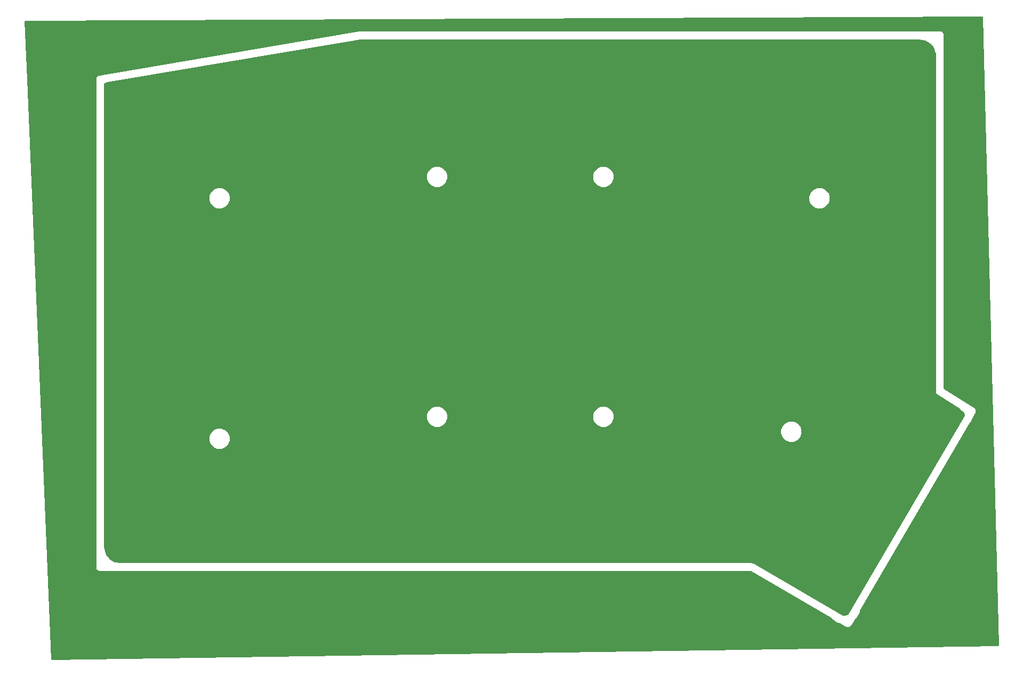
<source format=gbr>
G04 #@! TF.FileFunction,Copper,L2,Bot,Signal*
%FSLAX46Y46*%
G04 Gerber Fmt 4.6, Leading zero omitted, Abs format (unit mm)*
G04 Created by KiCad (PCBNEW 4.0.7) date 05/28/18 12:01:22*
%MOMM*%
%LPD*%
G01*
G04 APERTURE LIST*
%ADD10C,0.100000*%
%ADD11C,0.254000*%
G04 APERTURE END LIST*
D10*
D11*
G36*
X217619834Y-143124932D02*
X67371717Y-145371166D01*
X63514825Y-53259500D01*
X74250000Y-53259500D01*
X74250000Y-130730000D01*
X74251147Y-130735765D01*
X74251100Y-130736000D01*
X74251100Y-130743000D01*
X74262063Y-130798114D01*
X74261230Y-130853525D01*
X74262330Y-130859525D01*
X74262383Y-130859658D01*
X74262804Y-130862338D01*
X74266984Y-130873710D01*
X74266915Y-130885822D01*
X74277554Y-130911924D01*
X74277903Y-130922581D01*
X74289705Y-130948626D01*
X74296484Y-130988186D01*
X74298784Y-130994186D01*
X74299416Y-130995188D01*
X74299670Y-130996814D01*
X74301870Y-131002815D01*
X74303222Y-131005030D01*
X74303243Y-131005138D01*
X74303751Y-131005899D01*
X74333479Y-131054626D01*
X74355009Y-131113204D01*
X74355539Y-131113779D01*
X74355674Y-131114190D01*
X74363898Y-131123771D01*
X74367793Y-131133327D01*
X74370394Y-131137267D01*
X74372344Y-131142252D01*
X74375544Y-131147252D01*
X74383431Y-131155456D01*
X74388220Y-131166025D01*
X74392520Y-131172026D01*
X74418878Y-131196710D01*
X74433092Y-131222587D01*
X74437292Y-131227587D01*
X74440632Y-131230265D01*
X74441068Y-131230979D01*
X74446125Y-131234668D01*
X74487707Y-131268005D01*
X74518330Y-131303680D01*
X74528732Y-131316818D01*
X74531501Y-131318361D01*
X74534860Y-131320995D01*
X74535905Y-131321524D01*
X74539584Y-131325895D01*
X74544584Y-131329895D01*
X74557612Y-131336651D01*
X74560769Y-131339935D01*
X74560976Y-131340026D01*
X74568318Y-131347711D01*
X74574018Y-131351711D01*
X74614269Y-131369472D01*
X74645823Y-131394769D01*
X74649000Y-131395693D01*
X74655228Y-131400814D01*
X74660828Y-131403814D01*
X74705974Y-131417555D01*
X74734862Y-131436857D01*
X74749298Y-131439728D01*
X74762203Y-131446920D01*
X74768403Y-131448921D01*
X74772357Y-131449380D01*
X74780503Y-131453920D01*
X74782707Y-131454631D01*
X74782851Y-131454709D01*
X74784924Y-131455347D01*
X74786703Y-131455921D01*
X74786843Y-131455937D01*
X74789351Y-131456709D01*
X74824397Y-131460301D01*
X74850794Y-131463369D01*
X74899341Y-131481035D01*
X74905840Y-131482035D01*
X74916320Y-131481577D01*
X74916521Y-131481638D01*
X74917823Y-131481511D01*
X74951866Y-131480022D01*
X74997000Y-131489000D01*
X75003500Y-131489000D01*
X75004236Y-131488854D01*
X75010000Y-131490000D01*
X178309795Y-131490000D01*
X191102640Y-138953223D01*
X191139722Y-139012105D01*
X191157723Y-139031105D01*
X191205946Y-139065247D01*
X191245516Y-139109134D01*
X191709516Y-139455134D01*
X191752409Y-139475558D01*
X191777570Y-139498383D01*
X191787570Y-139504383D01*
X191813252Y-139513585D01*
X191835545Y-139529601D01*
X191846545Y-139534601D01*
X191880973Y-139542672D01*
X191923384Y-139566848D01*
X192465020Y-139747393D01*
X193371696Y-140276600D01*
X193399081Y-140286041D01*
X193416659Y-140299683D01*
X193422659Y-140302683D01*
X193458283Y-140312439D01*
X193479862Y-140326857D01*
X193489852Y-140328844D01*
X193500384Y-140334848D01*
X193506384Y-140336848D01*
X193507331Y-140336967D01*
X193512384Y-140339848D01*
X193518384Y-140341848D01*
X193533376Y-140343738D01*
X193546816Y-140350644D01*
X193553816Y-140352644D01*
X193584578Y-140355171D01*
X193600470Y-140362342D01*
X193622399Y-140363026D01*
X193624376Y-140363708D01*
X193626806Y-140363560D01*
X193651126Y-140372115D01*
X193658126Y-140373115D01*
X193676246Y-140372127D01*
X193680441Y-140373276D01*
X193697145Y-140371170D01*
X193719441Y-140377276D01*
X193727944Y-140376204D01*
X193742000Y-140379000D01*
X193748000Y-140379000D01*
X193754500Y-140377707D01*
X193761000Y-140379000D01*
X193768000Y-140379000D01*
X193799186Y-140372797D01*
X193820193Y-140374522D01*
X193835297Y-140369671D01*
X193867613Y-140370680D01*
X193873614Y-140369680D01*
X193879491Y-140367458D01*
X193886613Y-140367680D01*
X193892614Y-140366680D01*
X193902436Y-140362966D01*
X193912934Y-140362977D01*
X193923398Y-140358656D01*
X193925004Y-140358568D01*
X193933655Y-140354419D01*
X193948109Y-140348450D01*
X193984616Y-140343848D01*
X193990616Y-140341848D01*
X193998470Y-140337371D01*
X194002616Y-140336848D01*
X194008616Y-140334848D01*
X194018612Y-140329150D01*
X194030138Y-140326857D01*
X194058357Y-140308001D01*
X194069138Y-140305857D01*
X194076258Y-140301100D01*
X194103341Y-140293683D01*
X194109341Y-140290683D01*
X194120256Y-140282212D01*
X194133422Y-140278038D01*
X194138623Y-140273660D01*
X194142613Y-140272151D01*
X194150265Y-140264962D01*
X194159970Y-140260954D01*
X194165970Y-140256955D01*
X194184923Y-140238041D01*
X194219916Y-140219895D01*
X194224916Y-140215895D01*
X194231953Y-140207536D01*
X194240813Y-140202485D01*
X194259090Y-140178935D01*
X194291368Y-140157368D01*
X194296368Y-140152368D01*
X194305858Y-140138165D01*
X194320485Y-140126813D01*
X194327325Y-140114813D01*
X194337895Y-140105916D01*
X194341895Y-140100916D01*
X194342623Y-140099512D01*
X194346895Y-140095916D01*
X194354895Y-140085916D01*
X194378030Y-140041303D01*
X194411371Y-140003696D01*
X194909203Y-139152069D01*
X195197401Y-138896587D01*
X195210018Y-138879961D01*
X195227368Y-138868368D01*
X195248624Y-138836556D01*
X195277895Y-138811916D01*
X195293895Y-138791916D01*
X195322144Y-138737441D01*
X195361332Y-138690222D01*
X195693332Y-138077222D01*
X195712300Y-138015910D01*
X195739546Y-137966745D01*
X195741464Y-137963621D01*
X195741539Y-137963148D01*
X195743411Y-137959771D01*
X195751411Y-137934771D01*
X195759569Y-137863112D01*
X195772322Y-137821887D01*
X195769267Y-137789018D01*
X195773679Y-137761313D01*
X195782605Y-137723237D01*
X195781153Y-137714375D01*
X195783494Y-137699673D01*
X195782494Y-137673673D01*
X195781573Y-137669822D01*
X195781642Y-137669213D01*
X195780348Y-137664703D01*
X195780138Y-137663825D01*
X213207470Y-107867759D01*
X213223582Y-107859404D01*
X213254182Y-107845921D01*
X213258708Y-107841189D01*
X213268916Y-107835895D01*
X213288916Y-107819895D01*
X213342260Y-107756525D01*
X213367735Y-107738853D01*
X213390666Y-107703204D01*
X213438908Y-107652760D01*
X213452908Y-107630760D01*
X213457002Y-107620217D01*
X213461038Y-107615422D01*
X213470710Y-107584914D01*
X213476729Y-107569414D01*
X213512330Y-107514069D01*
X213603330Y-107283069D01*
X213612933Y-107229973D01*
X213634688Y-107180597D01*
X213636688Y-107171597D01*
X213636853Y-107164187D01*
X213639698Y-107157340D01*
X213641698Y-107147340D01*
X213641722Y-107124480D01*
X214095988Y-106349350D01*
X214097298Y-106345572D01*
X214097383Y-106345430D01*
X214098069Y-106343515D01*
X214099425Y-106342003D01*
X214115272Y-106296953D01*
X214141007Y-106257403D01*
X214143006Y-106252403D01*
X214144685Y-106243388D01*
X214146857Y-106240138D01*
X214148235Y-106233212D01*
X214152385Y-106226520D01*
X214155385Y-106218520D01*
X214162398Y-106175720D01*
X214175484Y-106149617D01*
X214177028Y-106128209D01*
X214185698Y-106107340D01*
X214186698Y-106102340D01*
X214186704Y-106096150D01*
X214187539Y-106093821D01*
X214187440Y-106091792D01*
X214188115Y-106089874D01*
X214189115Y-106082874D01*
X214186763Y-106039731D01*
X214186764Y-106039516D01*
X214199000Y-105978000D01*
X214199000Y-105973000D01*
X214197707Y-105966500D01*
X214198632Y-105961849D01*
X214198949Y-105960352D01*
X214198940Y-105960303D01*
X214199000Y-105960000D01*
X214199000Y-105952000D01*
X214195659Y-105935204D01*
X214195949Y-105933648D01*
X214192303Y-105916417D01*
X214194710Y-105883036D01*
X214193710Y-105875036D01*
X214186956Y-105854705D01*
X214186977Y-105835066D01*
X214183713Y-105827163D01*
X214183698Y-105812660D01*
X214182698Y-105807660D01*
X214169550Y-105776012D01*
X214168568Y-105757996D01*
X214156613Y-105733065D01*
X214150006Y-105697597D01*
X214148007Y-105692597D01*
X214147134Y-105691256D01*
X214146857Y-105689862D01*
X214143201Y-105684391D01*
X214140614Y-105672165D01*
X214134614Y-105658165D01*
X214113357Y-105627176D01*
X214105525Y-105600642D01*
X214095240Y-105587916D01*
X214089383Y-105571570D01*
X214086383Y-105566570D01*
X214068044Y-105546355D01*
X214062954Y-105534030D01*
X214058954Y-105528030D01*
X214057675Y-105526748D01*
X214053000Y-105517000D01*
X214050000Y-105513000D01*
X214042074Y-105505893D01*
X214039384Y-105500199D01*
X214004623Y-105468664D01*
X213983426Y-105437763D01*
X213977037Y-105433605D01*
X213968368Y-105420632D01*
X213964368Y-105416632D01*
X213947942Y-105405657D01*
X213937526Y-105392768D01*
X213931526Y-105387768D01*
X213917010Y-105379868D01*
X213906802Y-105368616D01*
X213893693Y-105362423D01*
X213870161Y-105338842D01*
X213857236Y-105333473D01*
X213843039Y-105320115D01*
X209120000Y-102368333D01*
X209120000Y-46275000D01*
X209118854Y-46269236D01*
X209119000Y-46268500D01*
X209119000Y-46262000D01*
X209110022Y-46216866D01*
X209111511Y-46182823D01*
X209111638Y-46181521D01*
X209111577Y-46181320D01*
X209112035Y-46170840D01*
X209111035Y-46164341D01*
X209093369Y-46115794D01*
X209090301Y-46089397D01*
X209086709Y-46054351D01*
X209085937Y-46051843D01*
X209085921Y-46051703D01*
X209085347Y-46049924D01*
X209084709Y-46047851D01*
X209084631Y-46047707D01*
X209083920Y-46045503D01*
X209079380Y-46037357D01*
X209078921Y-46033403D01*
X209076920Y-46027203D01*
X209069728Y-46014298D01*
X209066857Y-45999862D01*
X209047555Y-45970974D01*
X209033814Y-45925828D01*
X209030814Y-45920228D01*
X209025693Y-45914000D01*
X209024769Y-45910823D01*
X208999472Y-45879269D01*
X208981711Y-45839018D01*
X208977711Y-45833318D01*
X208970026Y-45825976D01*
X208969935Y-45825769D01*
X208966651Y-45822612D01*
X208959895Y-45809584D01*
X208955895Y-45804584D01*
X208951524Y-45800905D01*
X208950995Y-45799860D01*
X208948361Y-45796501D01*
X208946818Y-45793732D01*
X208933680Y-45783330D01*
X208898005Y-45752707D01*
X208864668Y-45711125D01*
X208860979Y-45706068D01*
X208860265Y-45705632D01*
X208857587Y-45702292D01*
X208852587Y-45698092D01*
X208826710Y-45683878D01*
X208802026Y-45657520D01*
X208796025Y-45653220D01*
X208785456Y-45648431D01*
X208777252Y-45640544D01*
X208772252Y-45637344D01*
X208767267Y-45635394D01*
X208763327Y-45632793D01*
X208753771Y-45628898D01*
X208744190Y-45620674D01*
X208743779Y-45620539D01*
X208743204Y-45620009D01*
X208684626Y-45598479D01*
X208635899Y-45568751D01*
X208635138Y-45568243D01*
X208635030Y-45568222D01*
X208632815Y-45566870D01*
X208626814Y-45564670D01*
X208625188Y-45564416D01*
X208624186Y-45563784D01*
X208618186Y-45561484D01*
X208578626Y-45554705D01*
X208552581Y-45542903D01*
X208541924Y-45542554D01*
X208515822Y-45531915D01*
X208503710Y-45531984D01*
X208492338Y-45527804D01*
X208489658Y-45527383D01*
X208489525Y-45527330D01*
X208483525Y-45526230D01*
X208428114Y-45527063D01*
X208373000Y-45516100D01*
X208366000Y-45516100D01*
X208365765Y-45516147D01*
X208360000Y-45515000D01*
X116285000Y-45515000D01*
X116279235Y-45516147D01*
X116279000Y-45516100D01*
X116272000Y-45516100D01*
X116216886Y-45527063D01*
X116192062Y-45526690D01*
X116157700Y-45525703D01*
X74883201Y-52510703D01*
X74824482Y-52533074D01*
X74779352Y-52540130D01*
X74767425Y-52541419D01*
X74765951Y-52542225D01*
X74761185Y-52542970D01*
X74752398Y-52546192D01*
X74743524Y-52549346D01*
X74738055Y-52552608D01*
X74734862Y-52553243D01*
X74726538Y-52558805D01*
X74710762Y-52561943D01*
X74710505Y-52562114D01*
X74710362Y-52562143D01*
X74660199Y-52595661D01*
X74633438Y-52605856D01*
X74611222Y-52626832D01*
X74532920Y-52669648D01*
X74513320Y-52686048D01*
X74499818Y-52702824D01*
X74488132Y-52710632D01*
X74484144Y-52716600D01*
X74468532Y-52727032D01*
X74468132Y-52727432D01*
X74417702Y-52802907D01*
X74369668Y-52858064D01*
X74361661Y-52866433D01*
X74361082Y-52867922D01*
X74358086Y-52871363D01*
X74353387Y-52879568D01*
X74348592Y-52887756D01*
X74346794Y-52892947D01*
X74345738Y-52894259D01*
X74342433Y-52905540D01*
X74335232Y-52926331D01*
X74319643Y-52949662D01*
X74318809Y-52953853D01*
X74306843Y-52971762D01*
X74306814Y-52971905D01*
X74306643Y-52972162D01*
X74292018Y-53045687D01*
X74264869Y-53115565D01*
X74262978Y-53126310D01*
X74260964Y-53137431D01*
X74261983Y-53196682D01*
X74254500Y-53234300D01*
X74254756Y-53235589D01*
X74250000Y-53259500D01*
X63514825Y-53259500D01*
X63132402Y-44126349D01*
X215126151Y-43377611D01*
X217619834Y-143124932D01*
X217619834Y-143124932D01*
G37*
X217619834Y-143124932D02*
X67371717Y-145371166D01*
X63514825Y-53259500D01*
X74250000Y-53259500D01*
X74250000Y-130730000D01*
X74251147Y-130735765D01*
X74251100Y-130736000D01*
X74251100Y-130743000D01*
X74262063Y-130798114D01*
X74261230Y-130853525D01*
X74262330Y-130859525D01*
X74262383Y-130859658D01*
X74262804Y-130862338D01*
X74266984Y-130873710D01*
X74266915Y-130885822D01*
X74277554Y-130911924D01*
X74277903Y-130922581D01*
X74289705Y-130948626D01*
X74296484Y-130988186D01*
X74298784Y-130994186D01*
X74299416Y-130995188D01*
X74299670Y-130996814D01*
X74301870Y-131002815D01*
X74303222Y-131005030D01*
X74303243Y-131005138D01*
X74303751Y-131005899D01*
X74333479Y-131054626D01*
X74355009Y-131113204D01*
X74355539Y-131113779D01*
X74355674Y-131114190D01*
X74363898Y-131123771D01*
X74367793Y-131133327D01*
X74370394Y-131137267D01*
X74372344Y-131142252D01*
X74375544Y-131147252D01*
X74383431Y-131155456D01*
X74388220Y-131166025D01*
X74392520Y-131172026D01*
X74418878Y-131196710D01*
X74433092Y-131222587D01*
X74437292Y-131227587D01*
X74440632Y-131230265D01*
X74441068Y-131230979D01*
X74446125Y-131234668D01*
X74487707Y-131268005D01*
X74518330Y-131303680D01*
X74528732Y-131316818D01*
X74531501Y-131318361D01*
X74534860Y-131320995D01*
X74535905Y-131321524D01*
X74539584Y-131325895D01*
X74544584Y-131329895D01*
X74557612Y-131336651D01*
X74560769Y-131339935D01*
X74560976Y-131340026D01*
X74568318Y-131347711D01*
X74574018Y-131351711D01*
X74614269Y-131369472D01*
X74645823Y-131394769D01*
X74649000Y-131395693D01*
X74655228Y-131400814D01*
X74660828Y-131403814D01*
X74705974Y-131417555D01*
X74734862Y-131436857D01*
X74749298Y-131439728D01*
X74762203Y-131446920D01*
X74768403Y-131448921D01*
X74772357Y-131449380D01*
X74780503Y-131453920D01*
X74782707Y-131454631D01*
X74782851Y-131454709D01*
X74784924Y-131455347D01*
X74786703Y-131455921D01*
X74786843Y-131455937D01*
X74789351Y-131456709D01*
X74824397Y-131460301D01*
X74850794Y-131463369D01*
X74899341Y-131481035D01*
X74905840Y-131482035D01*
X74916320Y-131481577D01*
X74916521Y-131481638D01*
X74917823Y-131481511D01*
X74951866Y-131480022D01*
X74997000Y-131489000D01*
X75003500Y-131489000D01*
X75004236Y-131488854D01*
X75010000Y-131490000D01*
X178309795Y-131490000D01*
X191102640Y-138953223D01*
X191139722Y-139012105D01*
X191157723Y-139031105D01*
X191205946Y-139065247D01*
X191245516Y-139109134D01*
X191709516Y-139455134D01*
X191752409Y-139475558D01*
X191777570Y-139498383D01*
X191787570Y-139504383D01*
X191813252Y-139513585D01*
X191835545Y-139529601D01*
X191846545Y-139534601D01*
X191880973Y-139542672D01*
X191923384Y-139566848D01*
X192465020Y-139747393D01*
X193371696Y-140276600D01*
X193399081Y-140286041D01*
X193416659Y-140299683D01*
X193422659Y-140302683D01*
X193458283Y-140312439D01*
X193479862Y-140326857D01*
X193489852Y-140328844D01*
X193500384Y-140334848D01*
X193506384Y-140336848D01*
X193507331Y-140336967D01*
X193512384Y-140339848D01*
X193518384Y-140341848D01*
X193533376Y-140343738D01*
X193546816Y-140350644D01*
X193553816Y-140352644D01*
X193584578Y-140355171D01*
X193600470Y-140362342D01*
X193622399Y-140363026D01*
X193624376Y-140363708D01*
X193626806Y-140363560D01*
X193651126Y-140372115D01*
X193658126Y-140373115D01*
X193676246Y-140372127D01*
X193680441Y-140373276D01*
X193697145Y-140371170D01*
X193719441Y-140377276D01*
X193727944Y-140376204D01*
X193742000Y-140379000D01*
X193748000Y-140379000D01*
X193754500Y-140377707D01*
X193761000Y-140379000D01*
X193768000Y-140379000D01*
X193799186Y-140372797D01*
X193820193Y-140374522D01*
X193835297Y-140369671D01*
X193867613Y-140370680D01*
X193873614Y-140369680D01*
X193879491Y-140367458D01*
X193886613Y-140367680D01*
X193892614Y-140366680D01*
X193902436Y-140362966D01*
X193912934Y-140362977D01*
X193923398Y-140358656D01*
X193925004Y-140358568D01*
X193933655Y-140354419D01*
X193948109Y-140348450D01*
X193984616Y-140343848D01*
X193990616Y-140341848D01*
X193998470Y-140337371D01*
X194002616Y-140336848D01*
X194008616Y-140334848D01*
X194018612Y-140329150D01*
X194030138Y-140326857D01*
X194058357Y-140308001D01*
X194069138Y-140305857D01*
X194076258Y-140301100D01*
X194103341Y-140293683D01*
X194109341Y-140290683D01*
X194120256Y-140282212D01*
X194133422Y-140278038D01*
X194138623Y-140273660D01*
X194142613Y-140272151D01*
X194150265Y-140264962D01*
X194159970Y-140260954D01*
X194165970Y-140256955D01*
X194184923Y-140238041D01*
X194219916Y-140219895D01*
X194224916Y-140215895D01*
X194231953Y-140207536D01*
X194240813Y-140202485D01*
X194259090Y-140178935D01*
X194291368Y-140157368D01*
X194296368Y-140152368D01*
X194305858Y-140138165D01*
X194320485Y-140126813D01*
X194327325Y-140114813D01*
X194337895Y-140105916D01*
X194341895Y-140100916D01*
X194342623Y-140099512D01*
X194346895Y-140095916D01*
X194354895Y-140085916D01*
X194378030Y-140041303D01*
X194411371Y-140003696D01*
X194909203Y-139152069D01*
X195197401Y-138896587D01*
X195210018Y-138879961D01*
X195227368Y-138868368D01*
X195248624Y-138836556D01*
X195277895Y-138811916D01*
X195293895Y-138791916D01*
X195322144Y-138737441D01*
X195361332Y-138690222D01*
X195693332Y-138077222D01*
X195712300Y-138015910D01*
X195739546Y-137966745D01*
X195741464Y-137963621D01*
X195741539Y-137963148D01*
X195743411Y-137959771D01*
X195751411Y-137934771D01*
X195759569Y-137863112D01*
X195772322Y-137821887D01*
X195769267Y-137789018D01*
X195773679Y-137761313D01*
X195782605Y-137723237D01*
X195781153Y-137714375D01*
X195783494Y-137699673D01*
X195782494Y-137673673D01*
X195781573Y-137669822D01*
X195781642Y-137669213D01*
X195780348Y-137664703D01*
X195780138Y-137663825D01*
X213207470Y-107867759D01*
X213223582Y-107859404D01*
X213254182Y-107845921D01*
X213258708Y-107841189D01*
X213268916Y-107835895D01*
X213288916Y-107819895D01*
X213342260Y-107756525D01*
X213367735Y-107738853D01*
X213390666Y-107703204D01*
X213438908Y-107652760D01*
X213452908Y-107630760D01*
X213457002Y-107620217D01*
X213461038Y-107615422D01*
X213470710Y-107584914D01*
X213476729Y-107569414D01*
X213512330Y-107514069D01*
X213603330Y-107283069D01*
X213612933Y-107229973D01*
X213634688Y-107180597D01*
X213636688Y-107171597D01*
X213636853Y-107164187D01*
X213639698Y-107157340D01*
X213641698Y-107147340D01*
X213641722Y-107124480D01*
X214095988Y-106349350D01*
X214097298Y-106345572D01*
X214097383Y-106345430D01*
X214098069Y-106343515D01*
X214099425Y-106342003D01*
X214115272Y-106296953D01*
X214141007Y-106257403D01*
X214143006Y-106252403D01*
X214144685Y-106243388D01*
X214146857Y-106240138D01*
X214148235Y-106233212D01*
X214152385Y-106226520D01*
X214155385Y-106218520D01*
X214162398Y-106175720D01*
X214175484Y-106149617D01*
X214177028Y-106128209D01*
X214185698Y-106107340D01*
X214186698Y-106102340D01*
X214186704Y-106096150D01*
X214187539Y-106093821D01*
X214187440Y-106091792D01*
X214188115Y-106089874D01*
X214189115Y-106082874D01*
X214186763Y-106039731D01*
X214186764Y-106039516D01*
X214199000Y-105978000D01*
X214199000Y-105973000D01*
X214197707Y-105966500D01*
X214198632Y-105961849D01*
X214198949Y-105960352D01*
X214198940Y-105960303D01*
X214199000Y-105960000D01*
X214199000Y-105952000D01*
X214195659Y-105935204D01*
X214195949Y-105933648D01*
X214192303Y-105916417D01*
X214194710Y-105883036D01*
X214193710Y-105875036D01*
X214186956Y-105854705D01*
X214186977Y-105835066D01*
X214183713Y-105827163D01*
X214183698Y-105812660D01*
X214182698Y-105807660D01*
X214169550Y-105776012D01*
X214168568Y-105757996D01*
X214156613Y-105733065D01*
X214150006Y-105697597D01*
X214148007Y-105692597D01*
X214147134Y-105691256D01*
X214146857Y-105689862D01*
X214143201Y-105684391D01*
X214140614Y-105672165D01*
X214134614Y-105658165D01*
X214113357Y-105627176D01*
X214105525Y-105600642D01*
X214095240Y-105587916D01*
X214089383Y-105571570D01*
X214086383Y-105566570D01*
X214068044Y-105546355D01*
X214062954Y-105534030D01*
X214058954Y-105528030D01*
X214057675Y-105526748D01*
X214053000Y-105517000D01*
X214050000Y-105513000D01*
X214042074Y-105505893D01*
X214039384Y-105500199D01*
X214004623Y-105468664D01*
X213983426Y-105437763D01*
X213977037Y-105433605D01*
X213968368Y-105420632D01*
X213964368Y-105416632D01*
X213947942Y-105405657D01*
X213937526Y-105392768D01*
X213931526Y-105387768D01*
X213917010Y-105379868D01*
X213906802Y-105368616D01*
X213893693Y-105362423D01*
X213870161Y-105338842D01*
X213857236Y-105333473D01*
X213843039Y-105320115D01*
X209120000Y-102368333D01*
X209120000Y-46275000D01*
X209118854Y-46269236D01*
X209119000Y-46268500D01*
X209119000Y-46262000D01*
X209110022Y-46216866D01*
X209111511Y-46182823D01*
X209111638Y-46181521D01*
X209111577Y-46181320D01*
X209112035Y-46170840D01*
X209111035Y-46164341D01*
X209093369Y-46115794D01*
X209090301Y-46089397D01*
X209086709Y-46054351D01*
X209085937Y-46051843D01*
X209085921Y-46051703D01*
X209085347Y-46049924D01*
X209084709Y-46047851D01*
X209084631Y-46047707D01*
X209083920Y-46045503D01*
X209079380Y-46037357D01*
X209078921Y-46033403D01*
X209076920Y-46027203D01*
X209069728Y-46014298D01*
X209066857Y-45999862D01*
X209047555Y-45970974D01*
X209033814Y-45925828D01*
X209030814Y-45920228D01*
X209025693Y-45914000D01*
X209024769Y-45910823D01*
X208999472Y-45879269D01*
X208981711Y-45839018D01*
X208977711Y-45833318D01*
X208970026Y-45825976D01*
X208969935Y-45825769D01*
X208966651Y-45822612D01*
X208959895Y-45809584D01*
X208955895Y-45804584D01*
X208951524Y-45800905D01*
X208950995Y-45799860D01*
X208948361Y-45796501D01*
X208946818Y-45793732D01*
X208933680Y-45783330D01*
X208898005Y-45752707D01*
X208864668Y-45711125D01*
X208860979Y-45706068D01*
X208860265Y-45705632D01*
X208857587Y-45702292D01*
X208852587Y-45698092D01*
X208826710Y-45683878D01*
X208802026Y-45657520D01*
X208796025Y-45653220D01*
X208785456Y-45648431D01*
X208777252Y-45640544D01*
X208772252Y-45637344D01*
X208767267Y-45635394D01*
X208763327Y-45632793D01*
X208753771Y-45628898D01*
X208744190Y-45620674D01*
X208743779Y-45620539D01*
X208743204Y-45620009D01*
X208684626Y-45598479D01*
X208635899Y-45568751D01*
X208635138Y-45568243D01*
X208635030Y-45568222D01*
X208632815Y-45566870D01*
X208626814Y-45564670D01*
X208625188Y-45564416D01*
X208624186Y-45563784D01*
X208618186Y-45561484D01*
X208578626Y-45554705D01*
X208552581Y-45542903D01*
X208541924Y-45542554D01*
X208515822Y-45531915D01*
X208503710Y-45531984D01*
X208492338Y-45527804D01*
X208489658Y-45527383D01*
X208489525Y-45527330D01*
X208483525Y-45526230D01*
X208428114Y-45527063D01*
X208373000Y-45516100D01*
X208366000Y-45516100D01*
X208365765Y-45516147D01*
X208360000Y-45515000D01*
X116285000Y-45515000D01*
X116279235Y-45516147D01*
X116279000Y-45516100D01*
X116272000Y-45516100D01*
X116216886Y-45527063D01*
X116192062Y-45526690D01*
X116157700Y-45525703D01*
X74883201Y-52510703D01*
X74824482Y-52533074D01*
X74779352Y-52540130D01*
X74767425Y-52541419D01*
X74765951Y-52542225D01*
X74761185Y-52542970D01*
X74752398Y-52546192D01*
X74743524Y-52549346D01*
X74738055Y-52552608D01*
X74734862Y-52553243D01*
X74726538Y-52558805D01*
X74710762Y-52561943D01*
X74710505Y-52562114D01*
X74710362Y-52562143D01*
X74660199Y-52595661D01*
X74633438Y-52605856D01*
X74611222Y-52626832D01*
X74532920Y-52669648D01*
X74513320Y-52686048D01*
X74499818Y-52702824D01*
X74488132Y-52710632D01*
X74484144Y-52716600D01*
X74468532Y-52727032D01*
X74468132Y-52727432D01*
X74417702Y-52802907D01*
X74369668Y-52858064D01*
X74361661Y-52866433D01*
X74361082Y-52867922D01*
X74358086Y-52871363D01*
X74353387Y-52879568D01*
X74348592Y-52887756D01*
X74346794Y-52892947D01*
X74345738Y-52894259D01*
X74342433Y-52905540D01*
X74335232Y-52926331D01*
X74319643Y-52949662D01*
X74318809Y-52953853D01*
X74306843Y-52971762D01*
X74306814Y-52971905D01*
X74306643Y-52972162D01*
X74292018Y-53045687D01*
X74264869Y-53115565D01*
X74262978Y-53126310D01*
X74260964Y-53137431D01*
X74261983Y-53196682D01*
X74254500Y-53234300D01*
X74254756Y-53235589D01*
X74250000Y-53259500D01*
X63514825Y-53259500D01*
X63132402Y-44126349D01*
X215126151Y-43377611D01*
X217619834Y-143124932D01*
G36*
X206007138Y-47191642D02*
X206729878Y-47608923D01*
X207269161Y-48251699D01*
X207586983Y-49095300D01*
X207600000Y-49116218D01*
X207600000Y-102790000D01*
X207604288Y-102811555D01*
X207604000Y-102813000D01*
X207604000Y-102814000D01*
X207608802Y-102838141D01*
X207605724Y-102862559D01*
X207610074Y-102878445D01*
X207609320Y-102902613D01*
X207611320Y-102914614D01*
X207613134Y-102919410D01*
X207613049Y-102924537D01*
X207615049Y-102935536D01*
X207641489Y-103002470D01*
X207656143Y-103076138D01*
X207666999Y-103092385D01*
X207668143Y-103098138D01*
X207671691Y-103103448D01*
X207676317Y-103120341D01*
X207682317Y-103132341D01*
X207698637Y-103153370D01*
X207707617Y-103178430D01*
X207713617Y-103188430D01*
X207753666Y-103232576D01*
X207762285Y-103251716D01*
X207785112Y-103273194D01*
X207816632Y-103320368D01*
X207818632Y-103322368D01*
X207825234Y-103326779D01*
X207827632Y-103330368D01*
X207835632Y-103338368D01*
X207842703Y-103343092D01*
X207847911Y-103349975D01*
X207856911Y-103357976D01*
X207879377Y-103371148D01*
X207893199Y-103386384D01*
X207917716Y-103397966D01*
X207956937Y-103434870D01*
X211474196Y-105633271D01*
X211474692Y-105634462D01*
X211483502Y-105647588D01*
X211486112Y-105656904D01*
X211511160Y-105688792D01*
X211526691Y-105711931D01*
X211537620Y-105742432D01*
X211568133Y-105776067D01*
X211609722Y-105842105D01*
X211627723Y-105861105D01*
X211676799Y-105895850D01*
X211717201Y-105940386D01*
X212005756Y-106154186D01*
X212129649Y-106342195D01*
X212181800Y-106560939D01*
X212174745Y-106622911D01*
X193736712Y-138145361D01*
X193367515Y-138291500D01*
X193003523Y-138301279D01*
X178898146Y-130073308D01*
X178830179Y-130049897D01*
X178790138Y-130023143D01*
X178769826Y-130019103D01*
X178750616Y-130008152D01*
X178744616Y-130006152D01*
X178737196Y-130005217D01*
X178736073Y-130004896D01*
X178729184Y-130001356D01*
X178722184Y-129999356D01*
X178679095Y-129995817D01*
X178641821Y-129982461D01*
X178633091Y-129982886D01*
X178618874Y-129977885D01*
X178611874Y-129976885D01*
X178569262Y-129979208D01*
X178528000Y-129971000D01*
X178522000Y-129971000D01*
X178521014Y-129971196D01*
X178515000Y-129970000D01*
X78251513Y-129970000D01*
X77362957Y-129813368D01*
X76640286Y-129396203D01*
X76103691Y-128756291D01*
X75806623Y-127940401D01*
X75770000Y-127522072D01*
X75770000Y-110061593D01*
X92214677Y-110061593D01*
X92224975Y-110377507D01*
X92224699Y-110693599D01*
X92236184Y-110721395D01*
X92237164Y-110751453D01*
X92457901Y-111284359D01*
X92470954Y-111289581D01*
X92488281Y-111331515D01*
X92975918Y-111820004D01*
X93020149Y-111838370D01*
X93025641Y-111852099D01*
X93321448Y-111963481D01*
X93613373Y-112084699D01*
X93643448Y-112084725D01*
X93671593Y-112095323D01*
X93987507Y-112085025D01*
X94303599Y-112085301D01*
X94331395Y-112073816D01*
X94361453Y-112072836D01*
X94894359Y-111852099D01*
X94899581Y-111839046D01*
X94941515Y-111821719D01*
X95430004Y-111334082D01*
X95448370Y-111289851D01*
X95462099Y-111284359D01*
X95573481Y-110988552D01*
X95694699Y-110696627D01*
X95694725Y-110666552D01*
X95705323Y-110638407D01*
X95695025Y-110322493D01*
X95695301Y-110006401D01*
X95683816Y-109978605D01*
X95682836Y-109948547D01*
X95462099Y-109415641D01*
X95449046Y-109410419D01*
X95431719Y-109368485D01*
X94995590Y-108931593D01*
X183034677Y-108931593D01*
X183044975Y-109247507D01*
X183044699Y-109563599D01*
X183056184Y-109591395D01*
X183057164Y-109621453D01*
X183277901Y-110154359D01*
X183290954Y-110159581D01*
X183308281Y-110201515D01*
X183795918Y-110690004D01*
X183840149Y-110708370D01*
X183845641Y-110722099D01*
X184141448Y-110833481D01*
X184433373Y-110954699D01*
X184463448Y-110954725D01*
X184491593Y-110965323D01*
X184807507Y-110955025D01*
X185123599Y-110955301D01*
X185151395Y-110943816D01*
X185181453Y-110942836D01*
X185714359Y-110722099D01*
X185719581Y-110709046D01*
X185761515Y-110691719D01*
X186250004Y-110204082D01*
X186268370Y-110159851D01*
X186282099Y-110154359D01*
X186393481Y-109858552D01*
X186514699Y-109566627D01*
X186514725Y-109536552D01*
X186525323Y-109508407D01*
X186515025Y-109192493D01*
X186515301Y-108876401D01*
X186503816Y-108848605D01*
X186502836Y-108818547D01*
X186282099Y-108285641D01*
X186269046Y-108280419D01*
X186251719Y-108238485D01*
X185764082Y-107749996D01*
X185719851Y-107731630D01*
X185714359Y-107717901D01*
X185418552Y-107606519D01*
X185126627Y-107485301D01*
X185096552Y-107485275D01*
X185068407Y-107474677D01*
X184752493Y-107484975D01*
X184436401Y-107484699D01*
X184408605Y-107496184D01*
X184378547Y-107497164D01*
X183845641Y-107717901D01*
X183840419Y-107730954D01*
X183798485Y-107748281D01*
X183309996Y-108235918D01*
X183291630Y-108280149D01*
X183277901Y-108285641D01*
X183166519Y-108581448D01*
X183045301Y-108873373D01*
X183045275Y-108903448D01*
X183034677Y-108931593D01*
X94995590Y-108931593D01*
X94944082Y-108879996D01*
X94899851Y-108861630D01*
X94894359Y-108847901D01*
X94598552Y-108736519D01*
X94306627Y-108615301D01*
X94276552Y-108615275D01*
X94248407Y-108604677D01*
X93932493Y-108614975D01*
X93616401Y-108614699D01*
X93588605Y-108626184D01*
X93558547Y-108627164D01*
X93025641Y-108847901D01*
X93020419Y-108860954D01*
X92978485Y-108878281D01*
X92489996Y-109365918D01*
X92471630Y-109410149D01*
X92457901Y-109415641D01*
X92346519Y-109711448D01*
X92225301Y-110003373D01*
X92225275Y-110033448D01*
X92214677Y-110061593D01*
X75770000Y-110061593D01*
X75770000Y-106561593D01*
X126754677Y-106561593D01*
X126764975Y-106877507D01*
X126764699Y-107193599D01*
X126776184Y-107221395D01*
X126777164Y-107251453D01*
X126997901Y-107784359D01*
X127010954Y-107789581D01*
X127028281Y-107831515D01*
X127515918Y-108320004D01*
X127560149Y-108338370D01*
X127565641Y-108352099D01*
X127861448Y-108463481D01*
X128153373Y-108584699D01*
X128183448Y-108584725D01*
X128211593Y-108595323D01*
X128527507Y-108585025D01*
X128843599Y-108585301D01*
X128871395Y-108573816D01*
X128901453Y-108572836D01*
X129434359Y-108352099D01*
X129439581Y-108339046D01*
X129481515Y-108321719D01*
X129970004Y-107834082D01*
X129988370Y-107789851D01*
X130002099Y-107784359D01*
X130113481Y-107488552D01*
X130234699Y-107196627D01*
X130234725Y-107166552D01*
X130245323Y-107138407D01*
X130235025Y-106822493D01*
X130235252Y-106561593D01*
X153164677Y-106561593D01*
X153174975Y-106877507D01*
X153174699Y-107193599D01*
X153186184Y-107221395D01*
X153187164Y-107251453D01*
X153407901Y-107784359D01*
X153420954Y-107789581D01*
X153438281Y-107831515D01*
X153925918Y-108320004D01*
X153970149Y-108338370D01*
X153975641Y-108352099D01*
X154271448Y-108463481D01*
X154563373Y-108584699D01*
X154593448Y-108584725D01*
X154621593Y-108595323D01*
X154937507Y-108585025D01*
X155253599Y-108585301D01*
X155281395Y-108573816D01*
X155311453Y-108572836D01*
X155844359Y-108352099D01*
X155849581Y-108339046D01*
X155891515Y-108321719D01*
X156380004Y-107834082D01*
X156398370Y-107789851D01*
X156412099Y-107784359D01*
X156523481Y-107488552D01*
X156644699Y-107196627D01*
X156644725Y-107166552D01*
X156655323Y-107138407D01*
X156645025Y-106822493D01*
X156645301Y-106506401D01*
X156633816Y-106478605D01*
X156632836Y-106448547D01*
X156412099Y-105915641D01*
X156399046Y-105910419D01*
X156381719Y-105868485D01*
X155894082Y-105379996D01*
X155849851Y-105361630D01*
X155844359Y-105347901D01*
X155548552Y-105236519D01*
X155256627Y-105115301D01*
X155226552Y-105115275D01*
X155198407Y-105104677D01*
X154882493Y-105114975D01*
X154566401Y-105114699D01*
X154538605Y-105126184D01*
X154508547Y-105127164D01*
X153975641Y-105347901D01*
X153970419Y-105360954D01*
X153928485Y-105378281D01*
X153439996Y-105865918D01*
X153421630Y-105910149D01*
X153407901Y-105915641D01*
X153296519Y-106211448D01*
X153175301Y-106503373D01*
X153175275Y-106533448D01*
X153164677Y-106561593D01*
X130235252Y-106561593D01*
X130235301Y-106506401D01*
X130223816Y-106478605D01*
X130222836Y-106448547D01*
X130002099Y-105915641D01*
X129989046Y-105910419D01*
X129971719Y-105868485D01*
X129484082Y-105379996D01*
X129439851Y-105361630D01*
X129434359Y-105347901D01*
X129138552Y-105236519D01*
X128846627Y-105115301D01*
X128816552Y-105115275D01*
X128788407Y-105104677D01*
X128472493Y-105114975D01*
X128156401Y-105114699D01*
X128128605Y-105126184D01*
X128098547Y-105127164D01*
X127565641Y-105347901D01*
X127560419Y-105360954D01*
X127518485Y-105378281D01*
X127029996Y-105865918D01*
X127011630Y-105910149D01*
X126997901Y-105915641D01*
X126886519Y-106211448D01*
X126765301Y-106503373D01*
X126765275Y-106533448D01*
X126754677Y-106561593D01*
X75770000Y-106561593D01*
X75770000Y-71861593D01*
X92214677Y-71861593D01*
X92224975Y-72177507D01*
X92224699Y-72493599D01*
X92236184Y-72521395D01*
X92237164Y-72551453D01*
X92457901Y-73084359D01*
X92470954Y-73089581D01*
X92488281Y-73131515D01*
X92975918Y-73620004D01*
X93020149Y-73638370D01*
X93025641Y-73652099D01*
X93321448Y-73763481D01*
X93613373Y-73884699D01*
X93643448Y-73884725D01*
X93671593Y-73895323D01*
X93987507Y-73885025D01*
X94303599Y-73885301D01*
X94331395Y-73873816D01*
X94361453Y-73872836D01*
X94894359Y-73652099D01*
X94899581Y-73639046D01*
X94941515Y-73621719D01*
X95430004Y-73134082D01*
X95448370Y-73089851D01*
X95462099Y-73084359D01*
X95573481Y-72788552D01*
X95694699Y-72496627D01*
X95694725Y-72466552D01*
X95705323Y-72438407D01*
X95695025Y-72122493D01*
X95695252Y-71861593D01*
X187504677Y-71861593D01*
X187514975Y-72177507D01*
X187514699Y-72493599D01*
X187526184Y-72521395D01*
X187527164Y-72551453D01*
X187747901Y-73084359D01*
X187760954Y-73089581D01*
X187778281Y-73131515D01*
X188265918Y-73620004D01*
X188310149Y-73638370D01*
X188315641Y-73652099D01*
X188611448Y-73763481D01*
X188903373Y-73884699D01*
X188933448Y-73884725D01*
X188961593Y-73895323D01*
X189277507Y-73885025D01*
X189593599Y-73885301D01*
X189621395Y-73873816D01*
X189651453Y-73872836D01*
X190184359Y-73652099D01*
X190189581Y-73639046D01*
X190231515Y-73621719D01*
X190720004Y-73134082D01*
X190738370Y-73089851D01*
X190752099Y-73084359D01*
X190863481Y-72788552D01*
X190984699Y-72496627D01*
X190984725Y-72466552D01*
X190995323Y-72438407D01*
X190985025Y-72122493D01*
X190985301Y-71806401D01*
X190973816Y-71778605D01*
X190972836Y-71748547D01*
X190752099Y-71215641D01*
X190739046Y-71210419D01*
X190721719Y-71168485D01*
X190234082Y-70679996D01*
X190189851Y-70661630D01*
X190184359Y-70647901D01*
X189888552Y-70536519D01*
X189596627Y-70415301D01*
X189566552Y-70415275D01*
X189538407Y-70404677D01*
X189222493Y-70414975D01*
X188906401Y-70414699D01*
X188878605Y-70426184D01*
X188848547Y-70427164D01*
X188315641Y-70647901D01*
X188310419Y-70660954D01*
X188268485Y-70678281D01*
X187779996Y-71165918D01*
X187761630Y-71210149D01*
X187747901Y-71215641D01*
X187636519Y-71511448D01*
X187515301Y-71803373D01*
X187515275Y-71833448D01*
X187504677Y-71861593D01*
X95695252Y-71861593D01*
X95695301Y-71806401D01*
X95683816Y-71778605D01*
X95682836Y-71748547D01*
X95462099Y-71215641D01*
X95449046Y-71210419D01*
X95431719Y-71168485D01*
X94944082Y-70679996D01*
X94899851Y-70661630D01*
X94894359Y-70647901D01*
X94598552Y-70536519D01*
X94306627Y-70415301D01*
X94276552Y-70415275D01*
X94248407Y-70404677D01*
X93932493Y-70414975D01*
X93616401Y-70414699D01*
X93588605Y-70426184D01*
X93558547Y-70427164D01*
X93025641Y-70647901D01*
X93020419Y-70660954D01*
X92978485Y-70678281D01*
X92489996Y-71165918D01*
X92471630Y-71210149D01*
X92457901Y-71215641D01*
X92346519Y-71511448D01*
X92225301Y-71803373D01*
X92225275Y-71833448D01*
X92214677Y-71861593D01*
X75770000Y-71861593D01*
X75770000Y-68461593D01*
X126754677Y-68461593D01*
X126764975Y-68777507D01*
X126764699Y-69093599D01*
X126776184Y-69121395D01*
X126777164Y-69151453D01*
X126997901Y-69684359D01*
X127010954Y-69689581D01*
X127028281Y-69731515D01*
X127515918Y-70220004D01*
X127560149Y-70238370D01*
X127565641Y-70252099D01*
X127861448Y-70363481D01*
X128153373Y-70484699D01*
X128183448Y-70484725D01*
X128211593Y-70495323D01*
X128527507Y-70485025D01*
X128843599Y-70485301D01*
X128871395Y-70473816D01*
X128901453Y-70472836D01*
X129434359Y-70252099D01*
X129439581Y-70239046D01*
X129481515Y-70221719D01*
X129970004Y-69734082D01*
X129988370Y-69689851D01*
X130002099Y-69684359D01*
X130113481Y-69388552D01*
X130234699Y-69096627D01*
X130234725Y-69066552D01*
X130245323Y-69038407D01*
X130235025Y-68722493D01*
X130235252Y-68461593D01*
X153164677Y-68461593D01*
X153174975Y-68777507D01*
X153174699Y-69093599D01*
X153186184Y-69121395D01*
X153187164Y-69151453D01*
X153407901Y-69684359D01*
X153420954Y-69689581D01*
X153438281Y-69731515D01*
X153925918Y-70220004D01*
X153970149Y-70238370D01*
X153975641Y-70252099D01*
X154271448Y-70363481D01*
X154563373Y-70484699D01*
X154593448Y-70484725D01*
X154621593Y-70495323D01*
X154937507Y-70485025D01*
X155253599Y-70485301D01*
X155281395Y-70473816D01*
X155311453Y-70472836D01*
X155844359Y-70252099D01*
X155849581Y-70239046D01*
X155891515Y-70221719D01*
X156380004Y-69734082D01*
X156398370Y-69689851D01*
X156412099Y-69684359D01*
X156523481Y-69388552D01*
X156644699Y-69096627D01*
X156644725Y-69066552D01*
X156655323Y-69038407D01*
X156645025Y-68722493D01*
X156645301Y-68406401D01*
X156633816Y-68378605D01*
X156632836Y-68348547D01*
X156412099Y-67815641D01*
X156399046Y-67810419D01*
X156381719Y-67768485D01*
X155894082Y-67279996D01*
X155849851Y-67261630D01*
X155844359Y-67247901D01*
X155548552Y-67136519D01*
X155256627Y-67015301D01*
X155226552Y-67015275D01*
X155198407Y-67004677D01*
X154882493Y-67014975D01*
X154566401Y-67014699D01*
X154538605Y-67026184D01*
X154508547Y-67027164D01*
X153975641Y-67247901D01*
X153970419Y-67260954D01*
X153928485Y-67278281D01*
X153439996Y-67765918D01*
X153421630Y-67810149D01*
X153407901Y-67815641D01*
X153296519Y-68111448D01*
X153175301Y-68403373D01*
X153175275Y-68433448D01*
X153164677Y-68461593D01*
X130235252Y-68461593D01*
X130235301Y-68406401D01*
X130223816Y-68378605D01*
X130222836Y-68348547D01*
X130002099Y-67815641D01*
X129989046Y-67810419D01*
X129971719Y-67768485D01*
X129484082Y-67279996D01*
X129439851Y-67261630D01*
X129434359Y-67247901D01*
X129138552Y-67136519D01*
X128846627Y-67015301D01*
X128816552Y-67015275D01*
X128788407Y-67004677D01*
X128472493Y-67014975D01*
X128156401Y-67014699D01*
X128128605Y-67026184D01*
X128098547Y-67027164D01*
X127565641Y-67247901D01*
X127560419Y-67260954D01*
X127518485Y-67278281D01*
X127029996Y-67765918D01*
X127011630Y-67810149D01*
X126997901Y-67815641D01*
X126886519Y-68111448D01*
X126765301Y-68403373D01*
X126765275Y-68433448D01*
X126754677Y-68461593D01*
X75770000Y-68461593D01*
X75770000Y-54000359D01*
X75827508Y-53996702D01*
X75852708Y-53990002D01*
X75923814Y-53955107D01*
X75967895Y-53942251D01*
X75991377Y-53923399D01*
X76051967Y-53896544D01*
X76064494Y-53891711D01*
X76065908Y-53890365D01*
X76071108Y-53888060D01*
X76092409Y-53873060D01*
X76121288Y-53842729D01*
X116348554Y-47035000D01*
X205118112Y-47035000D01*
X206007138Y-47191642D01*
X206007138Y-47191642D01*
G37*
X206007138Y-47191642D02*
X206729878Y-47608923D01*
X207269161Y-48251699D01*
X207586983Y-49095300D01*
X207600000Y-49116218D01*
X207600000Y-102790000D01*
X207604288Y-102811555D01*
X207604000Y-102813000D01*
X207604000Y-102814000D01*
X207608802Y-102838141D01*
X207605724Y-102862559D01*
X207610074Y-102878445D01*
X207609320Y-102902613D01*
X207611320Y-102914614D01*
X207613134Y-102919410D01*
X207613049Y-102924537D01*
X207615049Y-102935536D01*
X207641489Y-103002470D01*
X207656143Y-103076138D01*
X207666999Y-103092385D01*
X207668143Y-103098138D01*
X207671691Y-103103448D01*
X207676317Y-103120341D01*
X207682317Y-103132341D01*
X207698637Y-103153370D01*
X207707617Y-103178430D01*
X207713617Y-103188430D01*
X207753666Y-103232576D01*
X207762285Y-103251716D01*
X207785112Y-103273194D01*
X207816632Y-103320368D01*
X207818632Y-103322368D01*
X207825234Y-103326779D01*
X207827632Y-103330368D01*
X207835632Y-103338368D01*
X207842703Y-103343092D01*
X207847911Y-103349975D01*
X207856911Y-103357976D01*
X207879377Y-103371148D01*
X207893199Y-103386384D01*
X207917716Y-103397966D01*
X207956937Y-103434870D01*
X211474196Y-105633271D01*
X211474692Y-105634462D01*
X211483502Y-105647588D01*
X211486112Y-105656904D01*
X211511160Y-105688792D01*
X211526691Y-105711931D01*
X211537620Y-105742432D01*
X211568133Y-105776067D01*
X211609722Y-105842105D01*
X211627723Y-105861105D01*
X211676799Y-105895850D01*
X211717201Y-105940386D01*
X212005756Y-106154186D01*
X212129649Y-106342195D01*
X212181800Y-106560939D01*
X212174745Y-106622911D01*
X193736712Y-138145361D01*
X193367515Y-138291500D01*
X193003523Y-138301279D01*
X178898146Y-130073308D01*
X178830179Y-130049897D01*
X178790138Y-130023143D01*
X178769826Y-130019103D01*
X178750616Y-130008152D01*
X178744616Y-130006152D01*
X178737196Y-130005217D01*
X178736073Y-130004896D01*
X178729184Y-130001356D01*
X178722184Y-129999356D01*
X178679095Y-129995817D01*
X178641821Y-129982461D01*
X178633091Y-129982886D01*
X178618874Y-129977885D01*
X178611874Y-129976885D01*
X178569262Y-129979208D01*
X178528000Y-129971000D01*
X178522000Y-129971000D01*
X178521014Y-129971196D01*
X178515000Y-129970000D01*
X78251513Y-129970000D01*
X77362957Y-129813368D01*
X76640286Y-129396203D01*
X76103691Y-128756291D01*
X75806623Y-127940401D01*
X75770000Y-127522072D01*
X75770000Y-110061593D01*
X92214677Y-110061593D01*
X92224975Y-110377507D01*
X92224699Y-110693599D01*
X92236184Y-110721395D01*
X92237164Y-110751453D01*
X92457901Y-111284359D01*
X92470954Y-111289581D01*
X92488281Y-111331515D01*
X92975918Y-111820004D01*
X93020149Y-111838370D01*
X93025641Y-111852099D01*
X93321448Y-111963481D01*
X93613373Y-112084699D01*
X93643448Y-112084725D01*
X93671593Y-112095323D01*
X93987507Y-112085025D01*
X94303599Y-112085301D01*
X94331395Y-112073816D01*
X94361453Y-112072836D01*
X94894359Y-111852099D01*
X94899581Y-111839046D01*
X94941515Y-111821719D01*
X95430004Y-111334082D01*
X95448370Y-111289851D01*
X95462099Y-111284359D01*
X95573481Y-110988552D01*
X95694699Y-110696627D01*
X95694725Y-110666552D01*
X95705323Y-110638407D01*
X95695025Y-110322493D01*
X95695301Y-110006401D01*
X95683816Y-109978605D01*
X95682836Y-109948547D01*
X95462099Y-109415641D01*
X95449046Y-109410419D01*
X95431719Y-109368485D01*
X94995590Y-108931593D01*
X183034677Y-108931593D01*
X183044975Y-109247507D01*
X183044699Y-109563599D01*
X183056184Y-109591395D01*
X183057164Y-109621453D01*
X183277901Y-110154359D01*
X183290954Y-110159581D01*
X183308281Y-110201515D01*
X183795918Y-110690004D01*
X183840149Y-110708370D01*
X183845641Y-110722099D01*
X184141448Y-110833481D01*
X184433373Y-110954699D01*
X184463448Y-110954725D01*
X184491593Y-110965323D01*
X184807507Y-110955025D01*
X185123599Y-110955301D01*
X185151395Y-110943816D01*
X185181453Y-110942836D01*
X185714359Y-110722099D01*
X185719581Y-110709046D01*
X185761515Y-110691719D01*
X186250004Y-110204082D01*
X186268370Y-110159851D01*
X186282099Y-110154359D01*
X186393481Y-109858552D01*
X186514699Y-109566627D01*
X186514725Y-109536552D01*
X186525323Y-109508407D01*
X186515025Y-109192493D01*
X186515301Y-108876401D01*
X186503816Y-108848605D01*
X186502836Y-108818547D01*
X186282099Y-108285641D01*
X186269046Y-108280419D01*
X186251719Y-108238485D01*
X185764082Y-107749996D01*
X185719851Y-107731630D01*
X185714359Y-107717901D01*
X185418552Y-107606519D01*
X185126627Y-107485301D01*
X185096552Y-107485275D01*
X185068407Y-107474677D01*
X184752493Y-107484975D01*
X184436401Y-107484699D01*
X184408605Y-107496184D01*
X184378547Y-107497164D01*
X183845641Y-107717901D01*
X183840419Y-107730954D01*
X183798485Y-107748281D01*
X183309996Y-108235918D01*
X183291630Y-108280149D01*
X183277901Y-108285641D01*
X183166519Y-108581448D01*
X183045301Y-108873373D01*
X183045275Y-108903448D01*
X183034677Y-108931593D01*
X94995590Y-108931593D01*
X94944082Y-108879996D01*
X94899851Y-108861630D01*
X94894359Y-108847901D01*
X94598552Y-108736519D01*
X94306627Y-108615301D01*
X94276552Y-108615275D01*
X94248407Y-108604677D01*
X93932493Y-108614975D01*
X93616401Y-108614699D01*
X93588605Y-108626184D01*
X93558547Y-108627164D01*
X93025641Y-108847901D01*
X93020419Y-108860954D01*
X92978485Y-108878281D01*
X92489996Y-109365918D01*
X92471630Y-109410149D01*
X92457901Y-109415641D01*
X92346519Y-109711448D01*
X92225301Y-110003373D01*
X92225275Y-110033448D01*
X92214677Y-110061593D01*
X75770000Y-110061593D01*
X75770000Y-106561593D01*
X126754677Y-106561593D01*
X126764975Y-106877507D01*
X126764699Y-107193599D01*
X126776184Y-107221395D01*
X126777164Y-107251453D01*
X126997901Y-107784359D01*
X127010954Y-107789581D01*
X127028281Y-107831515D01*
X127515918Y-108320004D01*
X127560149Y-108338370D01*
X127565641Y-108352099D01*
X127861448Y-108463481D01*
X128153373Y-108584699D01*
X128183448Y-108584725D01*
X128211593Y-108595323D01*
X128527507Y-108585025D01*
X128843599Y-108585301D01*
X128871395Y-108573816D01*
X128901453Y-108572836D01*
X129434359Y-108352099D01*
X129439581Y-108339046D01*
X129481515Y-108321719D01*
X129970004Y-107834082D01*
X129988370Y-107789851D01*
X130002099Y-107784359D01*
X130113481Y-107488552D01*
X130234699Y-107196627D01*
X130234725Y-107166552D01*
X130245323Y-107138407D01*
X130235025Y-106822493D01*
X130235252Y-106561593D01*
X153164677Y-106561593D01*
X153174975Y-106877507D01*
X153174699Y-107193599D01*
X153186184Y-107221395D01*
X153187164Y-107251453D01*
X153407901Y-107784359D01*
X153420954Y-107789581D01*
X153438281Y-107831515D01*
X153925918Y-108320004D01*
X153970149Y-108338370D01*
X153975641Y-108352099D01*
X154271448Y-108463481D01*
X154563373Y-108584699D01*
X154593448Y-108584725D01*
X154621593Y-108595323D01*
X154937507Y-108585025D01*
X155253599Y-108585301D01*
X155281395Y-108573816D01*
X155311453Y-108572836D01*
X155844359Y-108352099D01*
X155849581Y-108339046D01*
X155891515Y-108321719D01*
X156380004Y-107834082D01*
X156398370Y-107789851D01*
X156412099Y-107784359D01*
X156523481Y-107488552D01*
X156644699Y-107196627D01*
X156644725Y-107166552D01*
X156655323Y-107138407D01*
X156645025Y-106822493D01*
X156645301Y-106506401D01*
X156633816Y-106478605D01*
X156632836Y-106448547D01*
X156412099Y-105915641D01*
X156399046Y-105910419D01*
X156381719Y-105868485D01*
X155894082Y-105379996D01*
X155849851Y-105361630D01*
X155844359Y-105347901D01*
X155548552Y-105236519D01*
X155256627Y-105115301D01*
X155226552Y-105115275D01*
X155198407Y-105104677D01*
X154882493Y-105114975D01*
X154566401Y-105114699D01*
X154538605Y-105126184D01*
X154508547Y-105127164D01*
X153975641Y-105347901D01*
X153970419Y-105360954D01*
X153928485Y-105378281D01*
X153439996Y-105865918D01*
X153421630Y-105910149D01*
X153407901Y-105915641D01*
X153296519Y-106211448D01*
X153175301Y-106503373D01*
X153175275Y-106533448D01*
X153164677Y-106561593D01*
X130235252Y-106561593D01*
X130235301Y-106506401D01*
X130223816Y-106478605D01*
X130222836Y-106448547D01*
X130002099Y-105915641D01*
X129989046Y-105910419D01*
X129971719Y-105868485D01*
X129484082Y-105379996D01*
X129439851Y-105361630D01*
X129434359Y-105347901D01*
X129138552Y-105236519D01*
X128846627Y-105115301D01*
X128816552Y-105115275D01*
X128788407Y-105104677D01*
X128472493Y-105114975D01*
X128156401Y-105114699D01*
X128128605Y-105126184D01*
X128098547Y-105127164D01*
X127565641Y-105347901D01*
X127560419Y-105360954D01*
X127518485Y-105378281D01*
X127029996Y-105865918D01*
X127011630Y-105910149D01*
X126997901Y-105915641D01*
X126886519Y-106211448D01*
X126765301Y-106503373D01*
X126765275Y-106533448D01*
X126754677Y-106561593D01*
X75770000Y-106561593D01*
X75770000Y-71861593D01*
X92214677Y-71861593D01*
X92224975Y-72177507D01*
X92224699Y-72493599D01*
X92236184Y-72521395D01*
X92237164Y-72551453D01*
X92457901Y-73084359D01*
X92470954Y-73089581D01*
X92488281Y-73131515D01*
X92975918Y-73620004D01*
X93020149Y-73638370D01*
X93025641Y-73652099D01*
X93321448Y-73763481D01*
X93613373Y-73884699D01*
X93643448Y-73884725D01*
X93671593Y-73895323D01*
X93987507Y-73885025D01*
X94303599Y-73885301D01*
X94331395Y-73873816D01*
X94361453Y-73872836D01*
X94894359Y-73652099D01*
X94899581Y-73639046D01*
X94941515Y-73621719D01*
X95430004Y-73134082D01*
X95448370Y-73089851D01*
X95462099Y-73084359D01*
X95573481Y-72788552D01*
X95694699Y-72496627D01*
X95694725Y-72466552D01*
X95705323Y-72438407D01*
X95695025Y-72122493D01*
X95695252Y-71861593D01*
X187504677Y-71861593D01*
X187514975Y-72177507D01*
X187514699Y-72493599D01*
X187526184Y-72521395D01*
X187527164Y-72551453D01*
X187747901Y-73084359D01*
X187760954Y-73089581D01*
X187778281Y-73131515D01*
X188265918Y-73620004D01*
X188310149Y-73638370D01*
X188315641Y-73652099D01*
X188611448Y-73763481D01*
X188903373Y-73884699D01*
X188933448Y-73884725D01*
X188961593Y-73895323D01*
X189277507Y-73885025D01*
X189593599Y-73885301D01*
X189621395Y-73873816D01*
X189651453Y-73872836D01*
X190184359Y-73652099D01*
X190189581Y-73639046D01*
X190231515Y-73621719D01*
X190720004Y-73134082D01*
X190738370Y-73089851D01*
X190752099Y-73084359D01*
X190863481Y-72788552D01*
X190984699Y-72496627D01*
X190984725Y-72466552D01*
X190995323Y-72438407D01*
X190985025Y-72122493D01*
X190985301Y-71806401D01*
X190973816Y-71778605D01*
X190972836Y-71748547D01*
X190752099Y-71215641D01*
X190739046Y-71210419D01*
X190721719Y-71168485D01*
X190234082Y-70679996D01*
X190189851Y-70661630D01*
X190184359Y-70647901D01*
X189888552Y-70536519D01*
X189596627Y-70415301D01*
X189566552Y-70415275D01*
X189538407Y-70404677D01*
X189222493Y-70414975D01*
X188906401Y-70414699D01*
X188878605Y-70426184D01*
X188848547Y-70427164D01*
X188315641Y-70647901D01*
X188310419Y-70660954D01*
X188268485Y-70678281D01*
X187779996Y-71165918D01*
X187761630Y-71210149D01*
X187747901Y-71215641D01*
X187636519Y-71511448D01*
X187515301Y-71803373D01*
X187515275Y-71833448D01*
X187504677Y-71861593D01*
X95695252Y-71861593D01*
X95695301Y-71806401D01*
X95683816Y-71778605D01*
X95682836Y-71748547D01*
X95462099Y-71215641D01*
X95449046Y-71210419D01*
X95431719Y-71168485D01*
X94944082Y-70679996D01*
X94899851Y-70661630D01*
X94894359Y-70647901D01*
X94598552Y-70536519D01*
X94306627Y-70415301D01*
X94276552Y-70415275D01*
X94248407Y-70404677D01*
X93932493Y-70414975D01*
X93616401Y-70414699D01*
X93588605Y-70426184D01*
X93558547Y-70427164D01*
X93025641Y-70647901D01*
X93020419Y-70660954D01*
X92978485Y-70678281D01*
X92489996Y-71165918D01*
X92471630Y-71210149D01*
X92457901Y-71215641D01*
X92346519Y-71511448D01*
X92225301Y-71803373D01*
X92225275Y-71833448D01*
X92214677Y-71861593D01*
X75770000Y-71861593D01*
X75770000Y-68461593D01*
X126754677Y-68461593D01*
X126764975Y-68777507D01*
X126764699Y-69093599D01*
X126776184Y-69121395D01*
X126777164Y-69151453D01*
X126997901Y-69684359D01*
X127010954Y-69689581D01*
X127028281Y-69731515D01*
X127515918Y-70220004D01*
X127560149Y-70238370D01*
X127565641Y-70252099D01*
X127861448Y-70363481D01*
X128153373Y-70484699D01*
X128183448Y-70484725D01*
X128211593Y-70495323D01*
X128527507Y-70485025D01*
X128843599Y-70485301D01*
X128871395Y-70473816D01*
X128901453Y-70472836D01*
X129434359Y-70252099D01*
X129439581Y-70239046D01*
X129481515Y-70221719D01*
X129970004Y-69734082D01*
X129988370Y-69689851D01*
X130002099Y-69684359D01*
X130113481Y-69388552D01*
X130234699Y-69096627D01*
X130234725Y-69066552D01*
X130245323Y-69038407D01*
X130235025Y-68722493D01*
X130235252Y-68461593D01*
X153164677Y-68461593D01*
X153174975Y-68777507D01*
X153174699Y-69093599D01*
X153186184Y-69121395D01*
X153187164Y-69151453D01*
X153407901Y-69684359D01*
X153420954Y-69689581D01*
X153438281Y-69731515D01*
X153925918Y-70220004D01*
X153970149Y-70238370D01*
X153975641Y-70252099D01*
X154271448Y-70363481D01*
X154563373Y-70484699D01*
X154593448Y-70484725D01*
X154621593Y-70495323D01*
X154937507Y-70485025D01*
X155253599Y-70485301D01*
X155281395Y-70473816D01*
X155311453Y-70472836D01*
X155844359Y-70252099D01*
X155849581Y-70239046D01*
X155891515Y-70221719D01*
X156380004Y-69734082D01*
X156398370Y-69689851D01*
X156412099Y-69684359D01*
X156523481Y-69388552D01*
X156644699Y-69096627D01*
X156644725Y-69066552D01*
X156655323Y-69038407D01*
X156645025Y-68722493D01*
X156645301Y-68406401D01*
X156633816Y-68378605D01*
X156632836Y-68348547D01*
X156412099Y-67815641D01*
X156399046Y-67810419D01*
X156381719Y-67768485D01*
X155894082Y-67279996D01*
X155849851Y-67261630D01*
X155844359Y-67247901D01*
X155548552Y-67136519D01*
X155256627Y-67015301D01*
X155226552Y-67015275D01*
X155198407Y-67004677D01*
X154882493Y-67014975D01*
X154566401Y-67014699D01*
X154538605Y-67026184D01*
X154508547Y-67027164D01*
X153975641Y-67247901D01*
X153970419Y-67260954D01*
X153928485Y-67278281D01*
X153439996Y-67765918D01*
X153421630Y-67810149D01*
X153407901Y-67815641D01*
X153296519Y-68111448D01*
X153175301Y-68403373D01*
X153175275Y-68433448D01*
X153164677Y-68461593D01*
X130235252Y-68461593D01*
X130235301Y-68406401D01*
X130223816Y-68378605D01*
X130222836Y-68348547D01*
X130002099Y-67815641D01*
X129989046Y-67810419D01*
X129971719Y-67768485D01*
X129484082Y-67279996D01*
X129439851Y-67261630D01*
X129434359Y-67247901D01*
X129138552Y-67136519D01*
X128846627Y-67015301D01*
X128816552Y-67015275D01*
X128788407Y-67004677D01*
X128472493Y-67014975D01*
X128156401Y-67014699D01*
X128128605Y-67026184D01*
X128098547Y-67027164D01*
X127565641Y-67247901D01*
X127560419Y-67260954D01*
X127518485Y-67278281D01*
X127029996Y-67765918D01*
X127011630Y-67810149D01*
X126997901Y-67815641D01*
X126886519Y-68111448D01*
X126765301Y-68403373D01*
X126765275Y-68433448D01*
X126754677Y-68461593D01*
X75770000Y-68461593D01*
X75770000Y-54000359D01*
X75827508Y-53996702D01*
X75852708Y-53990002D01*
X75923814Y-53955107D01*
X75967895Y-53942251D01*
X75991377Y-53923399D01*
X76051967Y-53896544D01*
X76064494Y-53891711D01*
X76065908Y-53890365D01*
X76071108Y-53888060D01*
X76092409Y-53873060D01*
X76121288Y-53842729D01*
X116348554Y-47035000D01*
X205118112Y-47035000D01*
X206007138Y-47191642D01*
M02*

</source>
